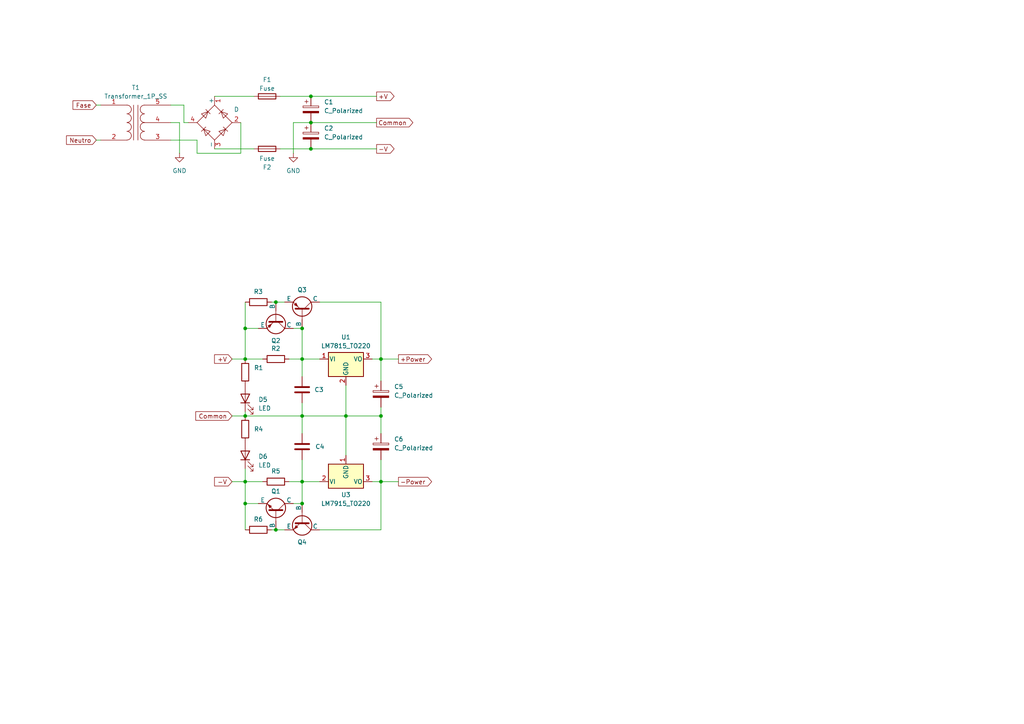
<source format=kicad_sch>
(kicad_sch (version 20231120) (generator "eeschema") (generator_version "8.0")
  (paper "A4")
  (lib_symbols
    (symbol "Device:C" (pin_numbers hide) (pin_names (offset 0.254))
      (property "Reference" "C" (at 0.635 2.54 0))
      (property "Value" "C" (at 0.635 -2.54 0))
      (symbol "C_0_1"
        (polyline (pts (xy -2.032 -0.762) (xy 2.032 -0.762)) (stroke (width 0.508)))
        (polyline (pts (xy -2.032 0.762) (xy 2.032 0.762)) (stroke (width 0.508)))
      )
      (symbol "C_1_1"
        (pin passive line (at 0 3.81 270) (length 2.794) (name "~") (number "1"))
        (pin passive line (at 0 -3.81 90) (length 2.794) (name "~") (number "2"))
      )
    )
    (symbol "Device:C_Polarized" (pin_numbers hide) (pin_names (offset 0.254))
      (property "Reference" "C" (at 0.635 2.54 0))
      (property "Value" "C_Polarized" (at 0.635 -2.54 0))
      (symbol "C_Polarized_0_1"
        (rectangle (start -2.286 0.508) (end 2.286 1.016))
        (polyline (pts (xy -1.778 2.286) (xy -0.762 2.286)))
        (polyline (pts (xy -1.27 2.794) (xy -1.27 1.778)))
        (rectangle (start 2.286 -0.508) (end -2.286 -1.016) (fill (type outline)))
      )
      (symbol "C_Polarized_1_1"
        (pin passive line (at 0 3.81 270) (length 2.794) (name "~") (number "1"))
        (pin passive line (at 0 -3.81 90) (length 2.794) (name "~") (number "2"))
      )
    )
    (symbol "Device:Fuse" (pin_numbers hide) (pin_names (offset 0))
      (property "Reference" "F" (at 2.032 0 90))
      (property "Value" "Fuse" (at -1.905 0 90))
      (symbol "Fuse_0_1"
        (rectangle (start -0.762 -2.54) (end 0.762 2.54) (stroke (width 0.254)))
        (polyline (pts (xy 0 2.54) (xy 0 -2.54)))
      )
      (symbol "Fuse_1_1"
        (pin passive line (at 0 3.81 270) (length 1.27) (name "~") (number "1"))
        (pin passive line (at 0 -3.81 90) (length 1.27) (name "~") (number "2"))
      )
    )
    (symbol "Device:LED" (pin_numbers hide) (pin_names (offset 1.016) hide)
      (property "Reference" "D" (at 0 2.54 0))
      (property "Value" "LED" (at 0 -2.54 0))
      (symbol "LED_0_1"
        (polyline (pts (xy -1.27 -1.27) (xy -1.27 1.27)) (stroke (width 0.254)))
        (polyline (pts (xy -1.27 0) (xy 1.27 0)))
        (polyline (pts (xy 1.27 -1.27) (xy 1.27 1.27) (xy -1.27 0) (xy 1.27 -1.27)) (stroke (width 0.254)))
        (polyline (pts (xy -3.048 -0.762) (xy -4.572 -2.286) (xy -3.81 -2.286) (xy -4.572 -2.286) (xy -4.572 -1.524)))
        (polyline (pts (xy -1.778 -0.762) (xy -3.302 -2.286) (xy -2.54 -2.286) (xy -3.302 -2.286) (xy -3.302 -1.524)))
      )
      (symbol "LED_1_1"
        (pin passive line (at -3.81 0 0) (length 2.54) (name "K") (number "1"))
        (pin passive line (at 3.81 0 180) (length 2.54) (name "A") (number "2"))
      )
    )
    (symbol "Device:R" (pin_numbers hide) (pin_names (offset 0))
      (property "Reference" "R" (at 2.032 0 90))
      (property "Value" "R" (at 0 0 90))
      (symbol "R_0_1"
        (rectangle (start -1.016 -2.54) (end 1.016 2.54) (stroke (width 0.254)))
      )
      (symbol "R_1_1"
        (pin passive line (at 0 3.81 270) (length 1.27) (name "~") (number "1"))
        (pin passive line (at 0 -3.81 90) (length 1.27) (name "~") (number "2"))
      )
    )
    (symbol "Device:Transformer_1P_SS" (pin_names (offset 1.016) hide)
      (property "Reference" "T" (at 0 6.35 0))
      (property "Value" "Transformer_1P_SS" (at 0 -7.62 0))
      (symbol "Transformer_1P_SS_0_1"
        (arc (start -2.54 -5.0546) (mid -1.6599 -4.6901) (end -1.27 -3.81))
        (arc (start -2.54 -2.5146) (mid -1.6599 -2.1501) (end -1.27 -1.27))
        (arc (start -2.54 0.0254) (mid -1.6599 0.3899) (end -1.27 1.27))
        (arc (start -2.54 2.5654) (mid -1.6599 2.9299) (end -1.27 3.81))
        (arc (start -1.27 -3.81) (mid -1.642 -2.912) (end -2.54 -2.54))
        (arc (start -1.27 -1.27) (mid -1.642 -0.372) (end -2.54 0))
        (arc (start -1.27 1.27) (mid -1.642 2.168) (end -2.54 2.54))
        (arc (start -1.27 3.81) (mid -1.642 4.708) (end -2.54 5.08))
        (polyline (pts (xy -0.635 5.08) (xy -0.635 -5.08)))
        (polyline (pts (xy 0.635 -5.08) (xy 0.635 5.08)))
        (arc (start 1.2954 -1.27) (mid 1.6599 -2.1501) (end 2.54 -2.5146))
        (arc (start 1.2954 1.27) (mid 1.6599 0.3899) (end 2.54 0.0254))
        (arc (start 1.2954 3.81) (mid 1.6599 2.9299) (end 2.54 2.5654))
        (arc (start 1.3208 -3.81) (mid 1.6853 -4.6901) (end 2.5654 -5.0546))
        (arc (start 2.54 0) (mid 1.642 -0.372) (end 1.2954 -1.27))
        (arc (start 2.54 2.54) (mid 1.642 2.168) (end 1.2954 1.27))
        (arc (start 2.54 5.08) (mid 1.642 4.708) (end 1.2954 3.81))
        (arc (start 2.5654 -2.54) (mid 1.6674 -2.912) (end 1.3208 -3.81))
      )
      (symbol "Transformer_1P_SS_1_1"
        (pin passive line (at -10.16 5.08 0) (length 7.62) (name "AA") (number "1"))
        (pin passive line (at -10.16 -5.08 0) (length 7.62) (name "AB") (number "2"))
        (pin passive line (at 10.16 -5.08 180) (length 7.62) (name "SA") (number "3"))
        (pin passive line (at 10.16 0 180) (length 7.62) (name "SC") (number "4"))
        (pin passive line (at 10.16 5.08 180) (length 7.62) (name "SB") (number "5"))
      )
    )
    (symbol "Diode_Bridge:RB151" (pin_names (offset 0))
      (property "Reference" "D" (at 2.54 6.985 0))
      (property "Value" "RB151" (at 2.54 5.08 0))
      (symbol "RB151_0_1"
        (polyline (pts (xy -2.54 3.81) (xy -1.27 2.54)))
        (polyline (pts (xy -1.27 -2.54) (xy -2.54 -3.81)))
        (polyline (pts (xy 2.54 -1.27) (xy 3.81 -2.54)))
        (polyline (pts (xy 2.54 1.27) (xy 3.81 2.54)))
        (polyline (pts (xy -3.81 2.54) (xy -2.54 1.27) (xy -1.905 3.175) (xy -3.81 2.54)))
        (polyline (pts (xy -2.54 -1.27) (xy -3.81 -2.54) (xy -1.905 -3.175) (xy -2.54 -1.27)))
        (polyline (pts (xy 1.27 2.54) (xy 2.54 3.81) (xy 3.175 1.905) (xy 1.27 2.54)))
        (polyline (pts (xy 3.175 -1.905) (xy 1.27 -2.54) (xy 2.54 -3.81) (xy 3.175 -1.905)))
        (polyline (pts (xy -5.08 0) (xy 0 -5.08) (xy 5.08 0) (xy 0 5.08) (xy -5.08 0)))
      )
      (symbol "RB151_1_1"
        (pin passive line (at 7.62 0 180) (length 2.54) (name "+") (number "1"))
        (pin passive line (at 0 -7.62 90) (length 2.54) (name "~") (number "2"))
        (pin passive line (at -7.62 0 0) (length 2.54) (name "-") (number "3"))
        (pin passive line (at 0 7.62 270) (length 2.54) (name "~") (number "4"))
      )
    )
    (symbol "Regulator_Linear:LM7815_TO220" (pin_names (offset 0.254))
      (property "Reference" "U" (at -3.81 3.175 0))
      (property "Value" "LM7815_TO220" (at 0 3.175 0))
      (symbol "LM7815_TO220_0_1"
        (rectangle (start -5.08 1.905) (end 5.08 -5.08) (stroke (width 0.254)) (fill (type background)))
      )
      (symbol "LM7815_TO220_1_1"
        (pin power_in line (at -7.62 0 0) (length 2.54) (name "VI") (number "1"))
        (pin power_in line (at 0 -7.62 90) (length 2.54) (name "GND") (number "2"))
        (pin power_out line (at 7.62 0 180) (length 2.54) (name "VO") (number "3"))
      )
    )
    (symbol "Regulator_Linear:LM7915_TO220" (pin_names (offset 0.254))
      (property "Reference" "U" (at -3.81 -3.175 0))
      (property "Value" "LM7915_TO220" (at 0 -3.175 0))
      (symbol "LM7915_TO220_0_1"
        (rectangle (start -5.08 5.08) (end 5.08 -1.905) (stroke (width 0.254)) (fill (type background)))
      )
      (symbol "LM7915_TO220_1_1"
        (pin power_in line (at 0 7.62 270) (length 2.54) (name "GND") (number "1"))
        (pin power_in line (at -7.62 0 0) (length 2.54) (name "VI") (number "2"))
        (pin power_out line (at 7.62 0 180) (length 2.54) (name "VO") (number "3"))
      )
    )
    (symbol "Simulation_SPICE:NPN" (pin_numbers hide) (pin_names (offset 0))
      (property "Reference" "Q" (at -2.54 7.62 0))
      (property "Value" "NPN" (at -2.54 5.08 0))
      (symbol "NPN_0_1"
        (polyline (pts (xy -2.54 0) (xy 0.635 0)) (stroke (width 0.1524)))
        (polyline (pts (xy 0.635 0.635) (xy 2.54 2.54)))
        (polyline (pts (xy 2.794 -1.27) (xy 2.794 -1.27)) (stroke (width 0.1524)))
        (polyline (pts (xy 2.794 -1.27) (xy 2.794 -1.27)) (stroke (width 0.1524)))
        (polyline (pts (xy 0.635 -0.635) (xy 2.54 -2.54) (xy 2.54 -2.54)))
        (polyline (pts (xy 0.635 1.905) (xy 0.635 -1.905) (xy 0.635 -1.905)) (stroke (width 0.508)))
        (polyline (pts (xy 1.27 -1.778) (xy 1.778 -1.27) (xy 2.286 -2.286) (xy 1.27 -1.778) (xy 1.27 -1.778)) (fill (type outline)))
        (circle (center 1.27 0) (radius 2.8194) (stroke (width 0.254)))
      )
      (symbol "NPN_1_1"
        (pin open_collector line (at 2.54 5.08 270) (length 2.54) (name "C") (number "1"))
        (pin input line (at -5.08 0 0) (length 2.54) (name "B") (number "2"))
        (pin open_emitter line (at 2.54 -5.08 90) (length 2.54) (name "E") (number "3"))
      )
    )
    (symbol "Simulation_SPICE:PNP" (pin_numbers hide) (pin_names (offset 0))
      (property "Reference" "Q" (at -2.54 7.62 0))
      (property "Value" "PNP" (at -2.54 5.08 0))
      (symbol "PNP_0_1"
        (polyline (pts (xy -2.54 0) (xy 0.635 0)) (stroke (width 0.1524)))
        (polyline (pts (xy 0.635 0.635) (xy 2.54 2.54)))
        (polyline (pts (xy 0.635 -0.635) (xy 2.54 -2.54) (xy 2.54 -2.54)))
        (polyline (pts (xy 0.635 1.905) (xy 0.635 -1.905) (xy 0.635 -1.905)) (stroke (width 0.508)))
        (polyline (pts (xy 2.286 -1.778) (xy 1.778 -2.286) (xy 1.27 -1.27) (xy 2.286 -1.778) (xy 2.286 -1.778)) (fill (type outline)))
        (circle (center 1.27 0) (radius 2.8194) (stroke (width 0.254)))
      )
      (symbol "PNP_1_1"
        (pin open_collector line (at 2.54 5.08 270) (length 2.54) (name "C") (number "1"))
        (pin input line (at -5.08 0 0) (length 2.54) (name "B") (number "2"))
        (pin open_emitter line (at 2.54 -5.08 90) (length 2.54) (name "E") (number "3"))
      )
    )
    (symbol "power:GND" (power) (pin_numbers hide) (pin_names (offset 0) hide)
      (property "Value" "GND" (at 0 -3.81 0))
      (symbol "GND_0_1"
        (polyline (pts (xy 0 0) (xy 0 -1.27) (xy 1.27 -1.27) (xy 0 -2.54) (xy -1.27 -1.27) (xy 0 -1.27)))
      )
      (symbol "GND_1_1"
        (pin power_in line (at 0 0 270) (length 0) (name "~") (number "1"))
      )
    )
  )
  (junction (at 90.17 43.18))
  (junction (at 87.63 139.7))
  (junction (at 87.63 146.05))
  (junction (at 90.17 35.56))
  (junction (at 80.01 87.63))
  (junction (at 110.49 120.65))
  (junction (at 80.01 153.67))
  (junction (at 71.12 146.05))
  (junction (at 110.49 104.14))
  (junction (at 71.12 139.7))
  (junction (at 71.12 120.65))
  (junction (at 100.33 120.65))
  (junction (at 87.63 120.65))
  (junction (at 110.49 139.7))
  (junction (at 90.17 27.94))
  (junction (at 71.12 104.14))
  (junction (at 87.63 95.25))
  (junction (at 87.63 104.14))
  (junction (at 71.12 95.25))
  (wire (pts (xy 81.28 43.18) (xy 90.17 43.18)))
  (wire (pts (xy 85.09 95.25) (xy 87.63 95.25)))
  (wire (pts (xy 78.74 87.63) (xy 80.01 87.63)))
  (wire (pts (xy 71.12 87.63) (xy 71.12 95.25)))
  (wire (pts (xy 71.12 139.7) (xy 71.12 146.05)))
  (wire (pts (xy 83.82 139.7) (xy 87.63 139.7)))
  (wire (pts (xy 83.82 104.14) (xy 87.63 104.14)))
  (wire (pts (xy 110.49 139.7) (xy 115.57 139.7)))
  (wire (pts (xy 87.63 109.22) (xy 87.63 104.14)))
  (wire (pts (xy 87.63 139.7) (xy 87.63 146.05)))
  (wire (pts (xy 71.12 120.65) (xy 87.63 120.65)))
  (wire (pts (xy 90.17 43.18) (xy 109.22 43.18)))
  (wire (pts (xy 80.01 87.63) (xy 82.55 87.63)))
  (wire (pts (xy 52.07 35.56) (xy 49.53 35.56)))
  (wire (pts (xy 71.12 135.89) (xy 71.12 139.7)))
  (wire (pts (xy 100.33 120.65) (xy 110.49 120.65)))
  (wire (pts (xy 110.49 104.14) (xy 115.57 104.14)))
  (wire (pts (xy 100.33 120.65) (xy 100.33 132.08)))
  (wire (pts (xy 71.12 146.05) (xy 71.12 153.67)))
  (wire (pts (xy 78.74 153.67) (xy 80.01 153.67)))
  (wire (pts (xy 110.49 87.63) (xy 110.49 104.14)))
  (wire (pts (xy 71.12 95.25) (xy 71.12 104.14)))
  (wire (pts (xy 87.63 125.73) (xy 87.63 120.65)))
  (wire (pts (xy 110.49 153.67) (xy 110.49 139.7)))
  (wire (pts (xy 74.93 146.05) (xy 71.12 146.05)))
  (wire (pts (xy 85.09 35.56) (xy 85.09 44.45)))
  (wire (pts (xy 62.23 43.18) (xy 73.66 43.18)))
  (wire (pts (xy 69.85 44.45) (xy 69.85 35.56)))
  (wire (pts (xy 92.71 87.63) (xy 110.49 87.63)))
  (wire (pts (xy 62.23 27.94) (xy 73.66 27.94)))
  (wire (pts (xy 49.53 30.48) (xy 53.34 30.48)))
  (wire (pts (xy 87.63 146.05) (xy 85.09 146.05)))
  (wire (pts (xy 110.49 118.11) (xy 110.49 120.65)))
  (wire (pts (xy 71.12 119.38) (xy 71.12 120.65)))
  (wire (pts (xy 53.34 35.56) (xy 54.61 35.56)))
  (wire (pts (xy 57.15 40.64) (xy 57.15 44.45)))
  (wire (pts (xy 67.31 120.65) (xy 71.12 120.65)))
  (wire (pts (xy 71.12 139.7) (xy 76.2 139.7)))
  (wire (pts (xy 27.94 30.48) (xy 29.21 30.48)))
  (wire (pts (xy 82.55 153.67) (xy 80.01 153.67)))
  (wire (pts (xy 90.17 35.56) (xy 109.22 35.56)))
  (wire (pts (xy 53.34 30.48) (xy 53.34 35.56)))
  (wire (pts (xy 110.49 120.65) (xy 110.49 125.73)))
  (wire (pts (xy 110.49 104.14) (xy 110.49 110.49)))
  (wire (pts (xy 81.28 27.94) (xy 90.17 27.94)))
  (wire (pts (xy 74.93 95.25) (xy 71.12 95.25)))
  (wire (pts (xy 90.17 27.94) (xy 109.22 27.94)))
  (wire (pts (xy 52.07 44.45) (xy 52.07 35.56)))
  (wire (pts (xy 57.15 44.45) (xy 69.85 44.45)))
  (wire (pts (xy 107.95 104.14) (xy 110.49 104.14)))
  (wire (pts (xy 107.95 139.7) (xy 110.49 139.7)))
  (wire (pts (xy 76.2 104.14) (xy 71.12 104.14)))
  (wire (pts (xy 87.63 139.7) (xy 92.71 139.7)))
  (wire (pts (xy 87.63 95.25) (xy 87.63 104.14)))
  (wire (pts (xy 87.63 116.84) (xy 87.63 120.65)))
  (wire (pts (xy 110.49 133.35) (xy 110.49 139.7)))
  (wire (pts (xy 49.53 40.64) (xy 57.15 40.64)))
  (wire (pts (xy 87.63 120.65) (xy 100.33 120.65)))
  (wire (pts (xy 87.63 133.35) (xy 87.63 139.7)))
  (wire (pts (xy 67.31 104.14) (xy 71.12 104.14)))
  (wire (pts (xy 90.17 35.56) (xy 85.09 35.56)))
  (wire (pts (xy 27.94 40.64) (xy 29.21 40.64)))
  (wire (pts (xy 67.31 139.7) (xy 71.12 139.7)))
  (wire (pts (xy 87.63 104.14) (xy 92.71 104.14)))
  (wire (pts (xy 92.71 153.67) (xy 110.49 153.67)))
  (wire (pts (xy 100.33 111.76) (xy 100.33 120.65)))
  (global_label "-V" (shape input) (at 67.31 139.7 180) (property "Intersheetrefs" "${INTERSHEET_REFS}" (effects (hide yes))))
  (global_label "+V" (shape input) (at 67.31 104.14 180) (property "Intersheetrefs" "${INTERSHEET_REFS}" (effects (hide yes))))
  (global_label "+Power" (shape output) (at 115.57 104.14 0) (property "Intersheetrefs" "${INTERSHEET_REFS}" (effects (hide yes))))
  (global_label "Common" (shape input) (at 67.31 120.65 180) (property "Intersheetrefs" "${INTERSHEET_REFS}" (effects (hide yes))))
  (global_label "Neutro" (shape input) (at 27.94 40.64 180) (property "Intersheetrefs" "${INTERSHEET_REFS}" (effects (hide yes))))
  (global_label "-V" (shape output) (at 109.22 43.18 0) (property "Intersheetrefs" "${INTERSHEET_REFS}" (effects (hide yes))))
  (global_label "+V" (shape output) (at 109.22 27.94 0) (property "Intersheetrefs" "${INTERSHEET_REFS}" (effects (hide yes))))
  (global_label "Common" (shape output) (at 109.22 35.56 0) (property "Intersheetrefs" "${INTERSHEET_REFS}" (effects (hide yes))))
  (global_label "Fase" (shape input) (at 27.94 30.48 180) (property "Intersheetrefs" "${INTERSHEET_REFS}" (effects (hide yes))))
  (global_label "-Power" (shape output) (at 115.57 139.7 0) (property "Intersheetrefs" "${INTERSHEET_REFS}" (effects (hide yes))))
  (symbol (lib_id "power:GND") (at 85.09 44.45 0) (unit 1)
    (property "Reference" "#PWR02" (effects (hide yes)))
    (property "Value" "GND" (at 85.09 49.53 0))
    (property "Description" "Power symbol creates a global label with name \"GND\" , ground" (effects (hide yes)))
  )
  (symbol (lib_id "Device:C_Polarized") (at 110.49 129.54 0) (unit 1)
    (property "Reference" "C6" (at 114.3 127.3809 0) (effects (justify left)))
    (property "Value" "C_Polarized" (at 114.3 129.9209 0) (effects (justify left)))
    (property "Description" "Polarized capacitor" (effects (hide yes)))
  )
  (symbol (lib_id "Device:C") (at 87.63 129.54 0) (unit 1)
    (property "Reference" "C4" (at 91.44 129.54 0) (effects (justify left)))
    (property "Value" "C" (effects (hide yes)))
    (property "Description" "Unpolarized capacitor" (effects (hide yes)))
  )
  (symbol (lib_id "Simulation_SPICE:NPN") (at 87.63 151.13 270) (unit 1)
    (property "Reference" "Q4" (at 87.63 157.226 90))
    (property "Value" "NPN" (effects (hide yes)))
    (property "Datasheet" "https://ngspice.sourceforge.io/docs/ngspice-html-manual/manual.xhtml#cha_BJTs" (effects (hide yes)))
    (property "Description" "Bipolar transistor symbol for simulation only, substrate tied to the emitter" (effects (hide yes)))
    (property "Sim.Device" "NPN" (effects (hide yes)))
    (property "Sim.Type" "GUMMELPOON" (effects (hide yes)))
    (property "Sim.Pins" "1=C 2=B 3=E" (effects (hide yes)))
  )
  (symbol (lib_id "Device:R") (at 74.93 153.67 90) (unit 1)
    (property "Reference" "R6" (at 74.93 150.622 90))
    (property "Value" "R" (effects (hide yes)))
    (property "Description" "Resistor" (effects (hide yes)))
  )
  (symbol (lib_id "Device:LED") (at 71.12 132.08 90) (unit 1)
    (property "Reference" "D6" (at 74.93 132.3974 90) (effects (justify right)))
    (property "Value" "LED" (at 74.93 134.9374 90) (effects (justify right)))
    (property "Description" "Light emitting diode" (effects (hide yes)))
  )
  (symbol (lib_id "Simulation_SPICE:PNP") (at 80.01 92.71 270) (unit 1)
    (property "Reference" "Q2" (at 80.01 98.806 90))
    (property "Value" "PNP" (effects (hide yes)))
    (property "Datasheet" "https://ngspice.sourceforge.io/docs/ngspice-html-manual/manual.xhtml#cha_BJTs" (effects (hide yes)))
    (property "Description" "Bipolar transistor symbol for simulation only, substrate tied to the emitter" (effects (hide yes)))
    (property "Sim.Device" "PNP" (effects (hide yes)))
    (property "Sim.Type" "GUMMELPOON" (effects (hide yes)))
    (property "Sim.Pins" "1=C 2=B 3=E" (effects (hide yes)))
  )
  (symbol (lib_id "Device:R") (at 80.01 104.14 90) (unit 1)
    (property "Reference" "R2" (at 80.01 101.092 90))
    (property "Value" "R" (effects (hide yes)))
    (property "Description" "Resistor" (effects (hide yes)))
  )
  (symbol (lib_id "Device:C") (at 87.63 113.03 0) (unit 1)
    (property "Reference" "C3" (at 91.186 113.03 0) (effects (justify left)))
    (property "Value" "C" (effects (hide yes)))
    (property "Description" "Unpolarized capacitor" (effects (hide yes)))
  )
  (symbol (lib_id "Device:Fuse") (at 77.47 27.94 90) (unit 1)
    (property "Reference" "F1" (at 77.47 23.114 90))
    (property "Value" "Fuse" (at 77.47 25.654 90))
    (property "Description" "Fuse" (effects (hide yes)))
  )
  (symbol (lib_id "Regulator_Linear:LM7815_TO220") (at 100.33 104.14 0) (unit 1)
    (property "Reference" "U1" (at 100.33 97.79 0))
    (property "Value" "LM7815_TO220" (at 100.33 100.33 0))
    (property "Footprint" "Package_TO_SOT_THT:TO-220-3_Vertical" (effects (hide yes)))
    (property "Datasheet" "https://www.onsemi.cn/PowerSolutions/document/MC7800-D.PDF" (effects (hide yes)))
    (property "Description" "Positive 1A 35V Linear Regulator, Fixed Output 15V, TO-220" (effects (hide yes)))
  )
  (symbol (lib_id "Device:R") (at 74.93 87.63 90) (unit 1)
    (property "Reference" "R3" (at 74.93 84.582 90))
    (property "Value" "R" (effects (hide yes)))
    (property "Description" "Resistor" (effects (hide yes)))
  )
  (symbol (lib_id "Simulation_SPICE:PNP") (at 87.63 90.17 270) (mirror x) (unit 1)
    (property "Reference" "Q3" (at 87.63 84.074 90))
    (property "Value" "PNP" (effects (hide yes)))
    (property "Datasheet" "https://ngspice.sourceforge.io/docs/ngspice-html-manual/manual.xhtml#cha_BJTs" (effects (hide yes)))
    (property "Description" "Bipolar transistor symbol for simulation only, substrate tied to the emitter" (effects (hide yes)))
    (property "Sim.Device" "PNP" (effects (hide yes)))
    (property "Sim.Type" "GUMMELPOON" (effects (hide yes)))
    (property "Sim.Pins" "1=C 2=B 3=E" (effects (hide yes)))
  )
  (symbol (lib_id "Device:C_Polarized") (at 90.17 31.75 0) (unit 1)
    (property "Reference" "C1" (at 93.98 29.5909 0) (effects (justify left)))
    (property "Value" "C_Polarized" (at 93.98 32.1309 0) (effects (justify left)))
    (property "Description" "Polarized capacitor" (effects (hide yes)))
  )
  (symbol (lib_id "Device:LED") (at 71.12 115.57 90) (unit 1)
    (property "Reference" "D5" (at 74.93 115.8874 90) (effects (justify right)))
    (property "Value" "LED" (at 74.93 118.4274 90) (effects (justify right)))
    (property "Description" "Light emitting diode" (effects (hide yes)))
  )
  (symbol (lib_id "Device:Transformer_1P_SS") (at 39.37 35.56 0) (unit 1)
    (property "Reference" "T1" (at 39.3827 25.4 0))
    (property "Value" "Transformer_1P_SS" (at 39.3827 27.94 0))
    (property "Description" "Transformer, single primary, split secondary" (effects (hide yes)))
  )
  (symbol (lib_id "Device:R") (at 71.12 107.95 0) (unit 1)
    (property "Reference" "R1" (at 73.66 106.6799 0) (effects (justify left)))
    (property "Value" "R" (effects (hide yes)))
    (property "Description" "Resistor" (effects (hide yes)))
  )
  (symbol (lib_id "Diode_Bridge:RB151") (at 62.23 35.56 90) (unit 1)
    (property "Reference" "D" (at 68.58 31.75 90))
    (property "Value" "RB151" (effects (hide yes)))
    (property "Footprint" "Diode_THT:Diode_Bridge_Round_D9.0mm" (effects (hide yes)))
    (property "Datasheet" "https://www.rectron.com/public/product_datasheets/rb151-rb157.pdf" (effects (hide yes)))
    (property "Description" "Single-Phase Bridge Rectifier, 35V Vrms, 1.5A If, WOG-like package" (effects (hide yes)))
  )
  (symbol (lib_id "Device:R") (at 80.01 139.7 90) (unit 1)
    (property "Reference" "R5" (at 80.01 136.652 90))
    (property "Value" "R" (effects (hide yes)))
    (property "Description" "Resistor" (effects (hide yes)))
  )
  (symbol (lib_id "Simulation_SPICE:NPN") (at 80.01 148.59 270) (mirror x) (unit 1)
    (property "Reference" "Q1" (at 80.01 142.494 90))
    (property "Value" "NPN" (effects (hide yes)))
    (property "Datasheet" "https://ngspice.sourceforge.io/docs/ngspice-html-manual/manual.xhtml#cha_BJTs" (effects (hide yes)))
    (property "Description" "Bipolar transistor symbol for simulation only, substrate tied to the emitter" (effects (hide yes)))
    (property "Sim.Device" "NPN" (effects (hide yes)))
    (property "Sim.Type" "GUMMELPOON" (effects (hide yes)))
    (property "Sim.Pins" "1=C 2=B 3=E" (effects (hide yes)))
  )
  (symbol (lib_id "Device:Fuse") (at 77.47 43.18 90) (mirror x) (unit 1)
    (property "Reference" "F2" (at 77.47 48.514 90))
    (property "Value" "Fuse" (at 77.47 45.974 90))
    (property "Description" "Fuse" (effects (hide yes)))
  )
  (symbol (lib_id "Regulator_Linear:LM7915_TO220") (at 100.33 139.7 0) (unit 1)
    (property "Reference" "U3" (at 100.33 143.51 0))
    (property "Value" "LM7915_TO220" (at 100.33 146.05 0))
    (property "Footprint" "Package_TO_SOT_THT:TO-220-3_Vertical" (effects (hide yes)))
    (property "Datasheet" "https://www.onsemi.com/pub/Collateral/MC7900-D.PDF" (effects (hide yes)))
    (property "Description" "Negative 1A 35V Linear Regulator, Fixed Output 15V, TO-220" (effects (hide yes)))
  )
  (symbol (lib_id "Device:C_Polarized") (at 90.17 39.37 0) (unit 1)
    (property "Reference" "C2" (at 93.98 37.2109 0) (effects (justify left)))
    (property "Value" "C_Polarized" (at 93.98 39.7509 0) (effects (justify left)))
    (property "Description" "Polarized capacitor" (effects (hide yes)))
  )
  (symbol (lib_id "Device:C_Polarized") (at 110.49 114.3 0) (unit 1)
    (property "Reference" "C5" (at 114.3 112.1409 0) (effects (justify left)))
    (property "Value" "C_Polarized" (at 114.3 114.6809 0) (effects (justify left)))
    (property "Description" "Polarized capacitor" (effects (hide yes)))
  )
  (symbol (lib_id "power:GND") (at 52.07 44.45 0) (unit 1)
    (property "Reference" "#PWR01" (effects (hide yes)))
    (property "Value" "GND" (at 52.07 49.53 0))
    (property "Description" "Power symbol creates a global label with name \"GND\" , ground" (effects (hide yes)))
  )
  (symbol (lib_id "Device:R") (at 71.12 124.46 0) (unit 1)
    (property "Reference" "R4" (at 73.66 124.4599 0) (effects (justify left)))
    (property "Value" "R" (effects (hide yes)))
    (property "Description" "Resistor" (effects (hide yes)))
  )
)
</source>
